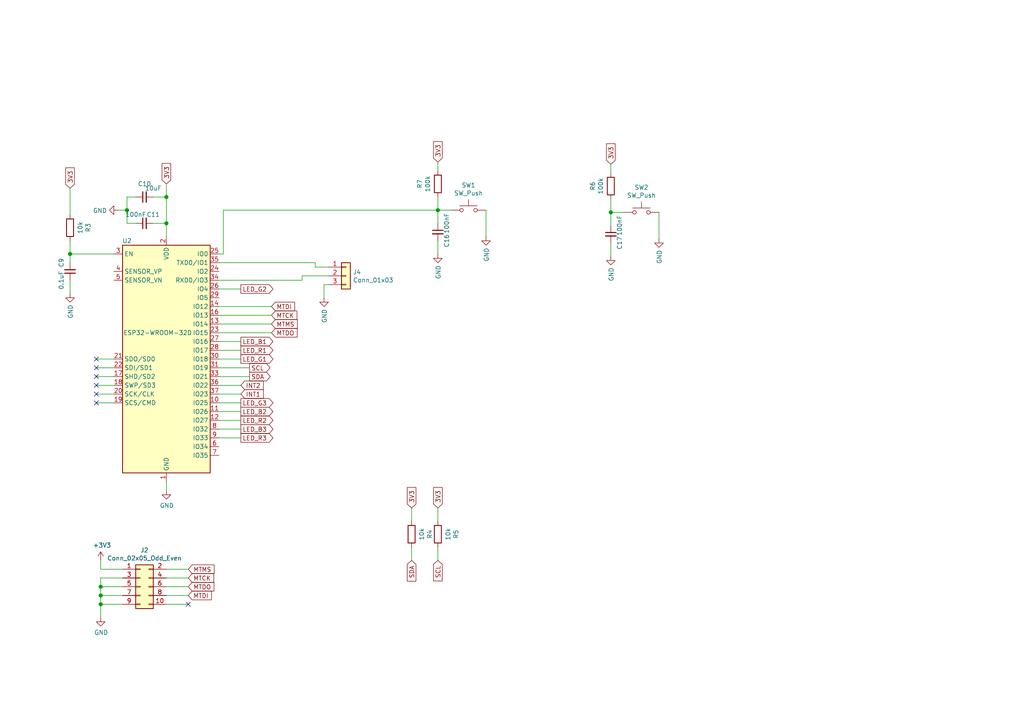
<source format=kicad_sch>
(kicad_sch (version 20210406) (generator eeschema)
  (paper "A4")
  (lib_symbols
    (symbol "Connector_Generic:Conn_01x03" (pin_names (offset 1.016) hide)
      (property "Reference" "J" (at 0 5.08 0))
      (property "Value" "Conn_01x03" (at 0 -5.08 0))
      (symbol "Conn_01x03_1_1"
        (rectangle (start -1.27 -2.413) (end 0 -2.667) (stroke (width 0.1524)))
        (rectangle (start -1.27 0.127) (end 0 -0.127) (stroke (width 0.1524)))
        (rectangle (start -1.27 2.667) (end 0 2.413) (stroke (width 0.1524)))
        (rectangle (start -1.27 3.81) (end 1.27 -3.81) (stroke (width 0.254)) (fill (type background)))
        (pin passive line (at -5.08 2.54 0) (length 3.81) (name "Pin_1") (number "1"))
        (pin passive line (at -5.08 0 0) (length 3.81) (name "Pin_2") (number "2"))
        (pin passive line (at -5.08 -2.54 0) (length 3.81) (name "Pin_3") (number "3"))
      )
    )
    (symbol "Connector_Generic:Conn_02x05_Odd_Even" (pin_names (offset 1.016) hide)
      (property "Reference" "J" (at 1.27 7.62 0))
      (property "Value" "Conn_02x05_Odd_Even" (at 1.27 -7.62 0))
      (symbol "Conn_02x05_Odd_Even_1_1"
        (rectangle (start -1.27 -4.953) (end 0 -5.207) (stroke (width 0.1524)))
        (rectangle (start -1.27 -2.413) (end 0 -2.667) (stroke (width 0.1524)))
        (rectangle (start -1.27 0.127) (end 0 -0.127) (stroke (width 0.1524)))
        (rectangle (start -1.27 2.667) (end 0 2.413) (stroke (width 0.1524)))
        (rectangle (start -1.27 5.207) (end 0 4.953) (stroke (width 0.1524)))
        (rectangle (start 3.81 -4.953) (end 2.54 -5.207) (stroke (width 0.1524)))
        (rectangle (start 3.81 -2.413) (end 2.54 -2.667) (stroke (width 0.1524)))
        (rectangle (start 3.81 0.127) (end 2.54 -0.127) (stroke (width 0.1524)))
        (rectangle (start 3.81 2.667) (end 2.54 2.413) (stroke (width 0.1524)))
        (rectangle (start 3.81 5.207) (end 2.54 4.953) (stroke (width 0.1524)))
        (rectangle (start -1.27 6.35) (end 3.81 -6.35) (stroke (width 0.254)) (fill (type background)))
        (pin passive line (at -5.08 5.08 0) (length 3.81) (name "Pin_1") (number "1"))
        (pin passive line (at 7.62 -5.08 180) (length 3.81) (name "Pin_10") (number "10"))
        (pin passive line (at 7.62 5.08 180) (length 3.81) (name "Pin_2") (number "2"))
        (pin passive line (at -5.08 2.54 0) (length 3.81) (name "Pin_3") (number "3"))
        (pin passive line (at 7.62 2.54 180) (length 3.81) (name "Pin_4") (number "4"))
        (pin passive line (at -5.08 0 0) (length 3.81) (name "Pin_5") (number "5"))
        (pin passive line (at 7.62 0 180) (length 3.81) (name "Pin_6") (number "6"))
        (pin passive line (at -5.08 -2.54 0) (length 3.81) (name "Pin_7") (number "7"))
        (pin passive line (at 7.62 -2.54 180) (length 3.81) (name "Pin_8") (number "8"))
        (pin passive line (at -5.08 -5.08 0) (length 3.81) (name "Pin_9") (number "9"))
      )
    )
    (symbol "Device:C_Small" (pin_numbers hide) (pin_names (offset 0.254) hide)
      (property "Reference" "C" (at 0.254 1.778 0))
      (property "Value" "C_Small" (at 0.254 -2.032 0))
      (symbol "C_Small_0_1"
        (polyline (pts (xy -1.524 -0.508) (xy 1.524 -0.508)) (stroke (width 0.3302)))
        (polyline (pts (xy -1.524 0.508) (xy 1.524 0.508)) (stroke (width 0.3048)))
      )
      (symbol "C_Small_1_1"
        (pin passive line (at 0 2.54 270) (length 2.032) (name "~") (number "1"))
        (pin passive line (at 0 -2.54 90) (length 2.032) (name "~") (number "2"))
      )
    )
    (symbol "Device:R" (pin_numbers hide) (pin_names (offset 0))
      (property "Reference" "R" (at 2.032 0 90))
      (property "Value" "R" (at 0 0 90))
      (symbol "R_0_1"
        (rectangle (start -1.016 -2.54) (end 1.016 2.54) (stroke (width 0.254)))
      )
      (symbol "R_1_1"
        (pin passive line (at 0 3.81 270) (length 1.27) (name "~") (number "1"))
        (pin passive line (at 0 -3.81 90) (length 1.27) (name "~") (number "2"))
      )
    )
    (symbol "RF_Module:ESP32-WROOM-32D"
      (property "Reference" "U" (at -12.7 34.29 0))
      (property "Value" "ESP32-WROOM-32D" (at 1.27 34.29 0))
      (symbol "ESP32-WROOM-32D_0_1"
        (rectangle (start -12.7 33.02) (end 12.7 -33.02) (stroke (width 0.254)) (fill (type background)))
      )
      (symbol "ESP32-WROOM-32D_1_1"
        (pin power_in line (at 0 -35.56 90) (length 2.54) (name "GND") (number "1"))
        (pin bidirectional line (at 15.24 -12.7 180) (length 2.54) (name "IO25") (number "10"))
        (pin bidirectional line (at 15.24 -15.24 180) (length 2.54) (name "IO26") (number "11"))
        (pin bidirectional line (at 15.24 -17.78 180) (length 2.54) (name "IO27") (number "12"))
        (pin bidirectional line (at 15.24 10.16 180) (length 2.54) (name "IO14") (number "13"))
        (pin bidirectional line (at 15.24 15.24 180) (length 2.54) (name "IO12") (number "14"))
        (pin passive line (at 0 -35.56 90) (length 2.54) hide (name "GND") (number "15"))
        (pin bidirectional line (at 15.24 12.7 180) (length 2.54) (name "IO13") (number "16"))
        (pin bidirectional line (at -15.24 -5.08 0) (length 2.54) (name "SHD/SD2") (number "17"))
        (pin bidirectional line (at -15.24 -7.62 0) (length 2.54) (name "SWP/SD3") (number "18"))
        (pin bidirectional line (at -15.24 -12.7 0) (length 2.54) (name "SCS/CMD") (number "19"))
        (pin power_in line (at 0 35.56 270) (length 2.54) (name "VDD") (number "2"))
        (pin bidirectional line (at -15.24 -10.16 0) (length 2.54) (name "SCK/CLK") (number "20"))
        (pin bidirectional line (at -15.24 0 0) (length 2.54) (name "SDO/SD0") (number "21"))
        (pin bidirectional line (at -15.24 -2.54 0) (length 2.54) (name "SDI/SD1") (number "22"))
        (pin bidirectional line (at 15.24 7.62 180) (length 2.54) (name "IO15") (number "23"))
        (pin bidirectional line (at 15.24 25.4 180) (length 2.54) (name "IO2") (number "24"))
        (pin bidirectional line (at 15.24 30.48 180) (length 2.54) (name "IO0") (number "25"))
        (pin bidirectional line (at 15.24 20.32 180) (length 2.54) (name "IO4") (number "26"))
        (pin bidirectional line (at 15.24 5.08 180) (length 2.54) (name "IO16") (number "27"))
        (pin bidirectional line (at 15.24 2.54 180) (length 2.54) (name "IO17") (number "28"))
        (pin bidirectional line (at 15.24 17.78 180) (length 2.54) (name "IO5") (number "29"))
        (pin input line (at -15.24 30.48 0) (length 2.54) (name "EN") (number "3"))
        (pin bidirectional line (at 15.24 0 180) (length 2.54) (name "IO18") (number "30"))
        (pin bidirectional line (at 15.24 -2.54 180) (length 2.54) (name "IO19") (number "31"))
        (pin no_connect line (at -12.7 -27.94 0) (length 2.54) hide (name "NC") (number "32"))
        (pin bidirectional line (at 15.24 -5.08 180) (length 2.54) (name "IO21") (number "33"))
        (pin bidirectional line (at 15.24 22.86 180) (length 2.54) (name "RXD0/IO3") (number "34"))
        (pin bidirectional line (at 15.24 27.94 180) (length 2.54) (name "TXD0/IO1") (number "35"))
        (pin bidirectional line (at 15.24 -7.62 180) (length 2.54) (name "IO22") (number "36"))
        (pin bidirectional line (at 15.24 -10.16 180) (length 2.54) (name "IO23") (number "37"))
        (pin passive line (at 0 -35.56 90) (length 2.54) hide (name "GND") (number "38"))
        (pin passive line (at 0 -35.56 90) (length 2.54) hide (name "GND") (number "39"))
        (pin input line (at -15.24 25.4 0) (length 2.54) (name "SENSOR_VP") (number "4"))
        (pin input line (at -15.24 22.86 0) (length 2.54) (name "SENSOR_VN") (number "5"))
        (pin input line (at 15.24 -25.4 180) (length 2.54) (name "IO34") (number "6"))
        (pin input line (at 15.24 -27.94 180) (length 2.54) (name "IO35") (number "7"))
        (pin bidirectional line (at 15.24 -20.32 180) (length 2.54) (name "IO32") (number "8"))
        (pin bidirectional line (at 15.24 -22.86 180) (length 2.54) (name "IO33") (number "9"))
      )
    )
    (symbol "Switch:SW_Push" (pin_numbers hide) (pin_names (offset 1.016) hide)
      (property "Reference" "SW" (at 1.27 2.54 0))
      (property "Value" "SW_Push" (at 0 -1.524 0))
      (symbol "SW_Push_0_1"
        (circle (center -2.032 0) (radius 0.508))
        (circle (center 2.032 0) (radius 0.508))
        (polyline (pts (xy 0 1.27) (xy 0 3.048)))
        (polyline (pts (xy 2.54 1.27) (xy -2.54 1.27)))
        (pin passive line (at -5.08 0 0) (length 2.54) (name "1") (number "1"))
        (pin passive line (at 5.08 0 180) (length 2.54) (name "2") (number "2"))
      )
    )
    (symbol "power:+3.3V" (power) (pin_names (offset 0))
      (property "Value" "+3.3V" (at 0 3.556 0))
      (symbol "+3.3V_0_1"
        (polyline (pts (xy -0.762 1.27) (xy 0 2.54)))
        (polyline (pts (xy 0 0) (xy 0 2.54)))
        (polyline (pts (xy 0 2.54) (xy 0.762 1.27)))
      )
      (symbol "+3.3V_1_1"
        (pin power_in line (at 0 0 90) (length 0) hide (name "+3V3") (number "1"))
      )
    )
    (symbol "power:GND" (power) (pin_names (offset 0))
      (property "Value" "GND" (at 0 -3.81 0))
      (symbol "GND_0_1"
        (polyline (pts (xy 0 0) (xy 0 -1.27) (xy 1.27 -1.27) (xy 0 -2.54) (xy -1.27 -1.27) (xy 0 -1.27)))
      )
      (symbol "GND_1_1"
        (pin power_in line (at 0 0 270) (length 0) hide (name "GND") (number "1"))
      )
    )
  )
  (junction (at 20.32 73.66) (diameter 1.016))
  (junction (at 29.21 170.18) (diameter 1.016))
  (junction (at 29.21 172.72) (diameter 1.016))
  (junction (at 29.21 175.26) (diameter 1.016))
  (junction (at 36.83 60.96) (diameter 1.016))
  (junction (at 48.26 57.15) (diameter 1.016))
  (junction (at 48.26 64.77) (diameter 1.016))
  (junction (at 127 60.96) (diameter 1.016))
  (junction (at 177.165 61.595) (diameter 1.016))
  (no_connect (at 27.94 104.14))
  (no_connect (at 27.94 106.68))
  (no_connect (at 27.94 109.22))
  (no_connect (at 27.94 111.76))
  (no_connect (at 27.94 114.3))
  (no_connect (at 27.94 116.84))
  (no_connect (at 54.61 175.26))
  (wire (pts (xy 20.32 54.61) (xy 20.32 62.23)))
  (wire (pts (xy 20.32 73.66) (xy 20.32 69.85)))
  (wire (pts (xy 20.32 76.2) (xy 20.32 73.66)))
  (wire (pts (xy 20.32 85.09) (xy 20.32 81.28)))
  (wire (pts (xy 27.94 104.14) (xy 33.02 104.14)))
  (wire (pts (xy 27.94 106.68) (xy 33.02 106.68)))
  (wire (pts (xy 27.94 109.22) (xy 33.02 109.22)))
  (wire (pts (xy 27.94 111.76) (xy 33.02 111.76)))
  (wire (pts (xy 27.94 114.3) (xy 33.02 114.3)))
  (wire (pts (xy 27.94 116.84) (xy 33.02 116.84)))
  (wire (pts (xy 29.21 162.56) (xy 29.21 165.1)))
  (wire (pts (xy 29.21 167.64) (xy 29.21 170.18)))
  (wire (pts (xy 29.21 170.18) (xy 29.21 172.72)))
  (wire (pts (xy 29.21 172.72) (xy 29.21 175.26)))
  (wire (pts (xy 29.21 175.26) (xy 29.21 179.07)))
  (wire (pts (xy 33.02 73.66) (xy 20.32 73.66)))
  (wire (pts (xy 35.56 165.1) (xy 29.21 165.1)))
  (wire (pts (xy 35.56 167.64) (xy 29.21 167.64)))
  (wire (pts (xy 35.56 170.18) (xy 29.21 170.18)))
  (wire (pts (xy 35.56 172.72) (xy 29.21 172.72)))
  (wire (pts (xy 35.56 175.26) (xy 29.21 175.26)))
  (wire (pts (xy 36.83 57.15) (xy 36.83 60.96)))
  (wire (pts (xy 36.83 57.15) (xy 39.37 57.15)))
  (wire (pts (xy 36.83 60.96) (xy 34.29 60.96)))
  (wire (pts (xy 36.83 64.77) (xy 36.83 60.96)))
  (wire (pts (xy 39.37 64.77) (xy 36.83 64.77)))
  (wire (pts (xy 44.45 57.15) (xy 48.26 57.15)))
  (wire (pts (xy 44.45 64.77) (xy 48.26 64.77)))
  (wire (pts (xy 48.26 53.34) (xy 48.26 57.15)))
  (wire (pts (xy 48.26 57.15) (xy 48.26 64.77)))
  (wire (pts (xy 48.26 64.77) (xy 48.26 68.58)))
  (wire (pts (xy 48.26 139.7) (xy 48.26 142.24)))
  (wire (pts (xy 48.26 165.1) (xy 54.61 165.1)))
  (wire (pts (xy 48.26 167.64) (xy 54.61 167.64)))
  (wire (pts (xy 48.26 170.18) (xy 54.61 170.18)))
  (wire (pts (xy 48.26 172.72) (xy 54.61 172.72)))
  (wire (pts (xy 48.26 175.26) (xy 54.61 175.26)))
  (wire (pts (xy 63.5 73.66) (xy 64.77 73.66)))
  (wire (pts (xy 63.5 76.2) (xy 91.44 76.2)))
  (wire (pts (xy 63.5 83.82) (xy 69.85 83.82)))
  (wire (pts (xy 63.5 88.9) (xy 78.74 88.9)))
  (wire (pts (xy 63.5 91.44) (xy 78.74 91.44)))
  (wire (pts (xy 63.5 93.98) (xy 78.74 93.98)))
  (wire (pts (xy 63.5 96.52) (xy 78.74 96.52)))
  (wire (pts (xy 63.5 99.06) (xy 69.85 99.06)))
  (wire (pts (xy 63.5 101.6) (xy 69.85 101.6)))
  (wire (pts (xy 63.5 104.14) (xy 69.85 104.14)))
  (wire (pts (xy 63.5 106.68) (xy 72.39 106.68)))
  (wire (pts (xy 63.5 109.22) (xy 72.39 109.22)))
  (wire (pts (xy 63.5 111.76) (xy 69.85 111.76)))
  (wire (pts (xy 63.5 114.3) (xy 69.85 114.3)))
  (wire (pts (xy 63.5 116.84) (xy 69.85 116.84)))
  (wire (pts (xy 63.5 119.38) (xy 69.85 119.38)))
  (wire (pts (xy 63.5 121.92) (xy 69.85 121.92)))
  (wire (pts (xy 63.5 124.46) (xy 69.85 124.46)))
  (wire (pts (xy 63.5 127) (xy 69.85 127)))
  (wire (pts (xy 64.77 60.96) (xy 64.77 73.66)))
  (wire (pts (xy 87.63 80.01) (xy 87.63 81.28)))
  (wire (pts (xy 87.63 80.01) (xy 95.25 80.01)))
  (wire (pts (xy 87.63 81.28) (xy 63.5 81.28)))
  (wire (pts (xy 91.44 76.2) (xy 91.44 77.47)))
  (wire (pts (xy 91.44 77.47) (xy 95.25 77.47)))
  (wire (pts (xy 93.98 82.55) (xy 95.25 82.55)))
  (wire (pts (xy 93.98 86.36) (xy 93.98 82.55)))
  (wire (pts (xy 119.38 151.13) (xy 119.38 147.32)))
  (wire (pts (xy 119.38 158.75) (xy 119.38 162.56)))
  (wire (pts (xy 127 46.99) (xy 127 49.53)))
  (wire (pts (xy 127 57.15) (xy 127 60.96)))
  (wire (pts (xy 127 60.96) (xy 64.77 60.96)))
  (wire (pts (xy 127 64.77) (xy 127 60.96)))
  (wire (pts (xy 127 73.66) (xy 127 69.85)))
  (wire (pts (xy 127 151.13) (xy 127 147.32)))
  (wire (pts (xy 127 158.75) (xy 127 162.56)))
  (wire (pts (xy 130.81 60.96) (xy 127 60.96)))
  (wire (pts (xy 140.97 68.58) (xy 140.97 60.96)))
  (wire (pts (xy 177.165 47.625) (xy 177.165 50.165)))
  (wire (pts (xy 177.165 57.785) (xy 177.165 61.595)))
  (wire (pts (xy 177.165 65.405) (xy 177.165 61.595)))
  (wire (pts (xy 177.165 74.295) (xy 177.165 70.485)))
  (wire (pts (xy 180.975 61.595) (xy 177.165 61.595)))
  (wire (pts (xy 191.135 69.215) (xy 191.135 61.595)))
  (global_label "3V3" (shape input) (at 20.32 54.61 90) (property "Intersheet References" "${INTERSHEET_REFS}" (effects hide)))
  (global_label "3V3" (shape input) (at 48.26 53.34 90) (property "Intersheet References" "${INTERSHEET_REFS}" (effects hide)))
  (global_label "MTMS" (shape input) (at 54.61 165.1 0) (property "Intersheet References" "${INTERSHEET_REFS}" (effects hide)))
  (global_label "MTCK" (shape input) (at 54.61 167.64 0) (property "Intersheet References" "${INTERSHEET_REFS}" (effects hide)))
  (global_label "MTDO" (shape input) (at 54.61 170.18 0) (property "Intersheet References" "${INTERSHEET_REFS}" (effects hide)))
  (global_label "MTDI" (shape input) (at 54.61 172.72 0) (property "Intersheet References" "${INTERSHEET_REFS}" (effects hide)))
  (global_label "LED_G2" (shape output) (at 69.85 83.82 0) (property "Intersheet References" "${INTERSHEET_REFS}" (effects hide)))
  (global_label "LED_B1" (shape output) (at 69.85 99.06 0) (property "Intersheet References" "${INTERSHEET_REFS}" (effects hide)))
  (global_label "LED_R1" (shape output) (at 69.85 101.6 0) (property "Intersheet References" "${INTERSHEET_REFS}" (effects hide)))
  (global_label "LED_G1" (shape output) (at 69.85 104.14 0) (property "Intersheet References" "${INTERSHEET_REFS}" (effects hide)))
  (global_label "INT2" (shape input) (at 69.85 111.76 0) (property "Intersheet References" "${INTERSHEET_REFS}" (effects hide)))
  (global_label "INT1" (shape input) (at 69.85 114.3 0) (property "Intersheet References" "${INTERSHEET_REFS}" (effects hide)))
  (global_label "LED_G3" (shape output) (at 69.85 116.84 0) (property "Intersheet References" "${INTERSHEET_REFS}" (effects hide)))
  (global_label "LED_B2" (shape output) (at 69.85 119.38 0) (property "Intersheet References" "${INTERSHEET_REFS}" (effects hide)))
  (global_label "LED_R2" (shape output) (at 69.85 121.92 0) (property "Intersheet References" "${INTERSHEET_REFS}" (effects hide)))
  (global_label "LED_B3" (shape output) (at 69.85 124.46 0) (property "Intersheet References" "${INTERSHEET_REFS}" (effects hide)))
  (global_label "LED_R3" (shape output) (at 69.85 127 0) (property "Intersheet References" "${INTERSHEET_REFS}" (effects hide)))
  (global_label "SCL" (shape output) (at 72.39 106.68 0) (property "Intersheet References" "${INTERSHEET_REFS}" (effects hide)))
  (global_label "SDA" (shape output) (at 72.39 109.22 0) (property "Intersheet References" "${INTERSHEET_REFS}" (effects hide)))
  (global_label "MTDI" (shape input) (at 78.74 88.9 0) (property "Intersheet References" "${INTERSHEET_REFS}" (effects hide)))
  (global_label "MTCK" (shape input) (at 78.74 91.44 0) (property "Intersheet References" "${INTERSHEET_REFS}" (effects hide)))
  (global_label "MTMS" (shape input) (at 78.74 93.98 0) (property "Intersheet References" "${INTERSHEET_REFS}" (effects hide)))
  (global_label "MTDO" (shape input) (at 78.74 96.52 0) (property "Intersheet References" "${INTERSHEET_REFS}" (effects hide)))
  (global_label "3V3" (shape input) (at 119.38 147.32 90) (property "Intersheet References" "${INTERSHEET_REFS}" (effects hide)))
  (global_label "SDA" (shape input) (at 119.38 162.56 270) (property "Intersheet References" "${INTERSHEET_REFS}" (effects hide)))
  (global_label "3V3" (shape input) (at 127 46.99 90) (property "Intersheet References" "${INTERSHEET_REFS}" (effects hide)))
  (global_label "3V3" (shape input) (at 127 147.32 90) (property "Intersheet References" "${INTERSHEET_REFS}" (effects hide)))
  (global_label "SCL" (shape input) (at 127 162.56 270) (property "Intersheet References" "${INTERSHEET_REFS}" (effects hide)))
  (global_label "3V3" (shape input) (at 177.165 47.625 90) (property "Intersheet References" "${INTERSHEET_REFS}" (effects hide)))
  (symbol (lib_id "power:+3.3V") (at 29.21 162.56 0) (unit 1)
    (property "Reference" "#PWR09" (effects hide))
    (property "Value" "+3.3V" (at 29.591 158.1658 0))
  )
  (symbol (lib_id "power:GND") (at 20.32 85.09 0) (unit 1)
    (property "Reference" "#PWR08" (effects hide))
    (property "Value" "GND" (at 20.447 88.3412 90) (effects (justify right)))
  )
  (symbol (lib_id "power:GND") (at 29.21 179.07 0) (unit 1)
    (property "Reference" "#PWR010" (effects hide))
    (property "Value" "GND" (at 29.337 183.4642 0))
  )
  (symbol (lib_id "power:GND") (at 34.29 60.96 270) (unit 1)
    (property "Reference" "#PWR011" (effects hide))
    (property "Value" "GND" (at 31.0388 61.087 90) (effects (justify right)))
  )
  (symbol (lib_id "power:GND") (at 48.26 142.24 0) (unit 1)
    (property "Reference" "#PWR012" (effects hide))
    (property "Value" "GND" (at 48.387 146.6342 0))
  )
  (symbol (lib_id "power:GND") (at 93.98 86.36 0) (unit 1)
    (property "Reference" "#PWR014" (effects hide))
    (property "Value" "GND" (at 94.107 89.6112 90) (effects (justify right)))
  )
  (symbol (lib_id "power:GND") (at 127 73.66 0) (unit 1)
    (property "Reference" "#PWR0105" (effects hide))
    (property "Value" "GND" (at 127.127 76.9112 90) (effects (justify right)))
  )
  (symbol (lib_id "power:GND") (at 140.97 68.58 0) (unit 1)
    (property "Reference" "#PWR0104" (effects hide))
    (property "Value" "GND" (at 141.097 71.8312 90) (effects (justify right)))
  )
  (symbol (lib_id "power:GND") (at 177.165 74.295 0) (unit 1)
    (property "Reference" "#PWR0106" (effects hide))
    (property "Value" "GND" (at 177.292 77.5462 90) (effects (justify right)))
  )
  (symbol (lib_id "power:GND") (at 191.135 69.215 0) (unit 1)
    (property "Reference" "#PWR0107" (effects hide))
    (property "Value" "GND" (at 191.262 72.4662 90) (effects (justify right)))
  )
  (symbol (lib_id "Device:R") (at 20.32 66.04 180) (unit 1)
    (property "Reference" "R3" (at 25.5778 66.04 90))
    (property "Value" "10k" (at 23.2664 66.04 90))
    (property "Footprint" "Resistor_SMD:R_1206_3216Metric" (effects hide))
  )
  (symbol (lib_id "Device:R") (at 119.38 154.94 180) (unit 1)
    (property "Reference" "R4" (at 124.6378 154.94 90))
    (property "Value" "10k" (at 122.3264 154.94 90))
    (property "Footprint" "Resistor_SMD:R_1206_3216Metric" (effects hide))
  )
  (symbol (lib_id "Device:R") (at 127 53.34 0) (unit 1)
    (property "Reference" "R7" (at 121.7422 53.34 90))
    (property "Value" "100k" (at 124.0536 53.34 90))
    (property "Footprint" "Resistor_SMD:R_1206_3216Metric" (effects hide))
  )
  (symbol (lib_id "Device:R") (at 127 154.94 180) (unit 1)
    (property "Reference" "R5" (at 132.2578 154.94 90))
    (property "Value" "10k" (at 129.9464 154.94 90))
    (property "Footprint" "Resistor_SMD:R_1206_3216Metric" (effects hide))
  )
  (symbol (lib_id "Device:R") (at 177.165 53.975 0) (unit 1)
    (property "Reference" "R6" (at 171.9072 53.975 90))
    (property "Value" "100k" (at 174.2186 53.975 90))
    (property "Footprint" "Resistor_SMD:R_1206_3216Metric" (effects hide))
  )
  (symbol (lib_id "Device:C_Small") (at 20.32 78.74 180) (unit 1)
    (property "Reference" "C9" (at 17.78 76.2 90))
    (property "Value" "0.1uF" (at 17.78 81.28 90))
    (property "Footprint" "Capacitor_SMD:C_1206_3216Metric" (effects hide))
  )
  (symbol (lib_id "Device:C_Small") (at 41.91 57.15 90) (unit 1)
    (property "Reference" "C10" (at 41.91 53.34 90))
    (property "Value" "10uF" (at 44.45 54.61 90))
    (property "Footprint" "Capacitor_SMD:C_1206_3216Metric" (effects hide))
  )
  (symbol (lib_id "Device:C_Small") (at 41.91 64.77 90) (unit 1)
    (property "Reference" "C11" (at 44.45 62.23 90))
    (property "Value" "100nF" (at 39.37 62.23 90))
    (property "Footprint" "Capacitor_SMD:C_1206_3216Metric" (effects hide))
  )
  (symbol (lib_id "Device:C_Small") (at 127 67.31 0) (unit 1)
    (property "Reference" "C16" (at 129.54 69.85 90))
    (property "Value" "100nF" (at 129.54 64.77 90))
    (property "Footprint" "Capacitor_SMD:C_1206_3216Metric" (effects hide))
  )
  (symbol (lib_id "Device:C_Small") (at 177.165 67.945 0) (unit 1)
    (property "Reference" "C17" (at 179.705 70.485 90))
    (property "Value" "100nF" (at 179.705 65.405 90))
    (property "Footprint" "Capacitor_SMD:C_1206_3216Metric" (effects hide))
  )
  (symbol (lib_id "Switch:SW_Push") (at 135.89 60.96 0) (mirror y) (unit 1)
    (property "Reference" "SW1" (at 135.89 53.721 0))
    (property "Value" "SW_Push" (at 135.89 56.0324 0))
    (property "Footprint" "Button_Switch_SMD:Panasonic_EVQPUJ_EVQPUA" (effects hide))
    (property "MPN" "EVQ-PUJ02K" (effects hide))
  )
  (symbol (lib_id "Switch:SW_Push") (at 186.055 61.595 0) (mirror y) (unit 1)
    (property "Reference" "SW2" (at 186.055 54.356 0))
    (property "Value" "SW_Push" (at 186.055 56.6674 0))
    (property "Footprint" "Button_Switch_SMD:Panasonic_EVQPUJ_EVQPUA" (effects hide))
    (property "MPN" "EVQ-PUJ02K" (effects hide))
  )
  (symbol (lib_id "Connector_Generic:Conn_01x03") (at 100.33 80.01 0) (unit 1)
    (property "Reference" "J4" (at 102.362 78.9432 0) (effects (justify left)))
    (property "Value" "Conn_01x03" (at 102.362 81.2546 0) (effects (justify left)))
    (property "Footprint" "Connector_PinHeader_2.54mm:PinHeader_1x03_P2.54mm_Vertical_SMD_Pin1Left" (effects hide))
  )
  (symbol (lib_id "Connector_Generic:Conn_02x05_Odd_Even") (at 40.64 170.18 0) (unit 1)
    (property "Reference" "J2" (at 41.91 159.5882 0))
    (property "Value" "Conn_02x05_Odd_Even" (at 41.91 161.8996 0))
    (property "Footprint" "Connector_PinHeader_1.27mm:PinHeader_2x05_P1.27mm_Vertical_SMD" (effects hide))
    (property "MPN" "M50-3610542R" (effects hide))
  )
  (symbol (lib_id "RF_Module:ESP32-WROOM-32D") (at 48.26 104.14 0) (unit 1)
    (property "Reference" "U2" (at 36.83 69.85 0))
    (property "Value" "ESP32-WROOM-32D" (at 45.72 96.52 0))
    (property "Footprint" "RF_Module:ESP32-WROOM-32" (effects hide))
    (property "Datasheet" "https://www.espressif.com/sites/default/files/documentation/esp32-wroom-32d_esp32-wroom-32u_datasheet_en.pdf" (effects hide))
    (property "MPN" "ESP32-WROOM-32D" (effects hide))
  )
)
</source>
